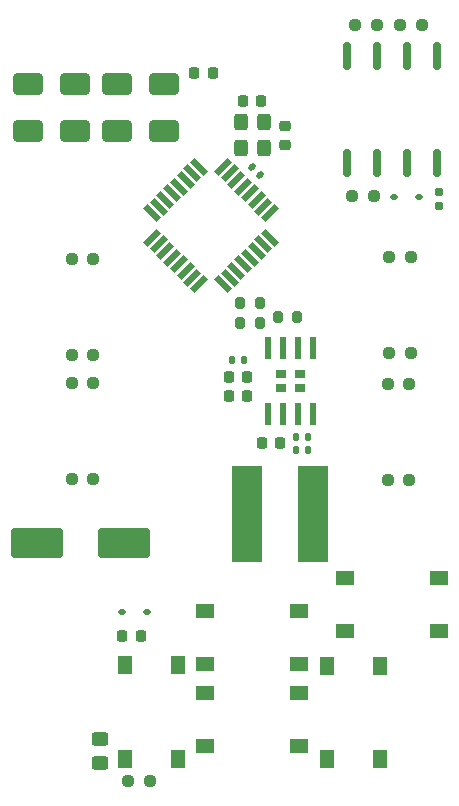
<source format=gbr>
%TF.GenerationSoftware,KiCad,Pcbnew,8.0.2*%
%TF.CreationDate,2024-10-12T15:01:18+02:00*%
%TF.ProjectId,OS-servoDriver,4f532d73-6572-4766-9f44-72697665722e,rev?*%
%TF.SameCoordinates,Original*%
%TF.FileFunction,Paste,Top*%
%TF.FilePolarity,Positive*%
%FSLAX46Y46*%
G04 Gerber Fmt 4.6, Leading zero omitted, Abs format (unit mm)*
G04 Created by KiCad (PCBNEW 8.0.2) date 2024-10-12 15:01:18*
%MOMM*%
%LPD*%
G01*
G04 APERTURE LIST*
G04 Aperture macros list*
%AMRoundRect*
0 Rectangle with rounded corners*
0 $1 Rounding radius*
0 $2 $3 $4 $5 $6 $7 $8 $9 X,Y pos of 4 corners*
0 Add a 4 corners polygon primitive as box body*
4,1,4,$2,$3,$4,$5,$6,$7,$8,$9,$2,$3,0*
0 Add four circle primitives for the rounded corners*
1,1,$1+$1,$2,$3*
1,1,$1+$1,$4,$5*
1,1,$1+$1,$6,$7*
1,1,$1+$1,$8,$9*
0 Add four rect primitives between the rounded corners*
20,1,$1+$1,$2,$3,$4,$5,0*
20,1,$1+$1,$4,$5,$6,$7,0*
20,1,$1+$1,$6,$7,$8,$9,0*
20,1,$1+$1,$8,$9,$2,$3,0*%
%AMRotRect*
0 Rectangle, with rotation*
0 The origin of the aperture is its center*
0 $1 length*
0 $2 width*
0 $3 Rotation angle, in degrees counterclockwise*
0 Add horizontal line*
21,1,$1,$2,0,0,$3*%
G04 Aperture macros list end*
%ADD10RoundRect,0.237500X-0.250000X-0.237500X0.250000X-0.237500X0.250000X0.237500X-0.250000X0.237500X0*%
%ADD11R,0.610000X1.910000*%
%ADD12R,0.930000X0.723000*%
%ADD13RoundRect,0.225000X-0.225000X-0.250000X0.225000X-0.250000X0.225000X0.250000X-0.225000X0.250000X0*%
%ADD14RoundRect,0.250000X-0.450000X0.325000X-0.450000X-0.325000X0.450000X-0.325000X0.450000X0.325000X0*%
%ADD15R,1.550000X1.300000*%
%ADD16RoundRect,0.140000X-0.219203X-0.021213X-0.021213X-0.219203X0.219203X0.021213X0.021213X0.219203X0*%
%ADD17R,1.300000X1.550000*%
%ADD18RoundRect,0.200000X0.200000X0.275000X-0.200000X0.275000X-0.200000X-0.275000X0.200000X-0.275000X0*%
%ADD19RoundRect,0.160000X-0.160000X0.197500X-0.160000X-0.197500X0.160000X-0.197500X0.160000X0.197500X0*%
%ADD20RoundRect,0.225000X-0.250000X0.225000X-0.250000X-0.225000X0.250000X-0.225000X0.250000X0.225000X0*%
%ADD21RoundRect,0.162500X0.162500X-1.012500X0.162500X1.012500X-0.162500X1.012500X-0.162500X-1.012500X0*%
%ADD22RoundRect,0.200000X-0.200000X-0.275000X0.200000X-0.275000X0.200000X0.275000X-0.200000X0.275000X0*%
%ADD23RoundRect,0.237500X0.250000X0.237500X-0.250000X0.237500X-0.250000X-0.237500X0.250000X-0.237500X0*%
%ADD24RoundRect,0.225000X0.225000X0.250000X-0.225000X0.250000X-0.225000X-0.250000X0.225000X-0.250000X0*%
%ADD25RotRect,1.600000X0.550000X225.000000*%
%ADD26RotRect,1.600000X0.550000X315.000000*%
%ADD27RoundRect,0.250000X1.000000X0.650000X-1.000000X0.650000X-1.000000X-0.650000X1.000000X-0.650000X0*%
%ADD28RoundRect,0.112500X-0.187500X-0.112500X0.187500X-0.112500X0.187500X0.112500X-0.187500X0.112500X0*%
%ADD29RoundRect,0.300000X0.300000X-0.400000X0.300000X0.400000X-0.300000X0.400000X-0.300000X-0.400000X0*%
%ADD30RoundRect,0.140000X-0.140000X-0.170000X0.140000X-0.170000X0.140000X0.170000X-0.140000X0.170000X0*%
%ADD31R,2.600000X8.200000*%
%ADD32RoundRect,0.250000X1.950000X1.000000X-1.950000X1.000000X-1.950000X-1.000000X1.950000X-1.000000X0*%
G04 APERTURE END LIST*
D10*
%TO.C,R1002*%
X130175500Y-110820000D03*
X132000500Y-110820000D03*
%TD*%
D11*
%TO.C,U901*%
X122793500Y-143763500D03*
X124063500Y-143763500D03*
X125333500Y-143763500D03*
X126603500Y-143763500D03*
X126603500Y-138203500D03*
X125333500Y-138203500D03*
X124063500Y-138203500D03*
X122793500Y-138203500D03*
D12*
X123923500Y-141586000D03*
X125473500Y-141586000D03*
X123923500Y-140381000D03*
X125473500Y-140381000D03*
%TD*%
D10*
%TO.C,R1001*%
X129921500Y-125298000D03*
X131746500Y-125298000D03*
%TD*%
D13*
%TO.C,C904*%
X119478500Y-140620000D03*
X121028500Y-140620000D03*
%TD*%
D14*
%TO.C,D201*%
X108585000Y-171314000D03*
X108585000Y-173364000D03*
%TD*%
D15*
%TO.C,SW602*%
X117484527Y-160435805D03*
X125434527Y-160435805D03*
X117484527Y-164935805D03*
X125434527Y-164935805D03*
%TD*%
D16*
%TO.C,C202*%
X121444695Y-122868000D03*
X122123517Y-123546822D03*
%TD*%
D10*
%TO.C,R702*%
X133057500Y-130483500D03*
X134882500Y-130483500D03*
%TD*%
D13*
%TO.C,C1001*%
X116573000Y-114935000D03*
X118123000Y-114935000D03*
%TD*%
D17*
%TO.C,SW601*%
X110700527Y-173010805D03*
X110700527Y-165060805D03*
X115200527Y-173010805D03*
X115200527Y-165060805D03*
%TD*%
D18*
%TO.C,R903*%
X122094500Y-136063000D03*
X120444500Y-136063000D03*
%TD*%
D19*
%TO.C,R202*%
X137287000Y-125005500D03*
X137287000Y-126200500D03*
%TD*%
D15*
%TO.C,SW605*%
X129295527Y-157641805D03*
X137245527Y-157641805D03*
X129295527Y-162141805D03*
X137245527Y-162141805D03*
%TD*%
D20*
%TO.C,C201*%
X124206695Y-119426000D03*
X124206695Y-120976000D03*
%TD*%
D21*
%TO.C,U1001*%
X129460000Y-122500000D03*
X132000000Y-122500000D03*
X134540000Y-122500000D03*
X137080000Y-122500000D03*
X137080000Y-113450000D03*
X134540000Y-113450000D03*
X132000000Y-113450000D03*
X129460000Y-113450000D03*
%TD*%
D22*
%TO.C,R901*%
X120444500Y-134412000D03*
X122094500Y-134412000D03*
%TD*%
D23*
%TO.C,R905*%
X108014500Y-149325500D03*
X106189500Y-149325500D03*
%TD*%
D10*
%TO.C,R1003*%
X133985500Y-110820000D03*
X135810500Y-110820000D03*
%TD*%
D24*
%TO.C,C901*%
X123822500Y-146223000D03*
X122272500Y-146223000D03*
%TD*%
%TO.C,C203*%
X122219695Y-117280000D03*
X120669695Y-117280000D03*
%TD*%
D25*
%TO.C,U202*%
X122959798Y-126805695D03*
X122394112Y-126240010D03*
X121828427Y-125674324D03*
X121262742Y-125108639D03*
X120697056Y-124542953D03*
X120131371Y-123977268D03*
X119565685Y-123411583D03*
X119000000Y-122845897D03*
D26*
X116949390Y-122845897D03*
X116383705Y-123411583D03*
X115818019Y-123977268D03*
X115252334Y-124542953D03*
X114686648Y-125108639D03*
X114120963Y-125674324D03*
X113555278Y-126240010D03*
X112989592Y-126805695D03*
D25*
X112989592Y-128856305D03*
X113555278Y-129421990D03*
X114120963Y-129987676D03*
X114686648Y-130553361D03*
X115252334Y-131119047D03*
X115818019Y-131684732D03*
X116383705Y-132250417D03*
X116949390Y-132816103D03*
D26*
X119000000Y-132816103D03*
X119565685Y-132250417D03*
X120131371Y-131684732D03*
X120697056Y-131119047D03*
X121262742Y-130553361D03*
X121828427Y-129987676D03*
X122394112Y-129421990D03*
X122959798Y-128856305D03*
%TD*%
D27*
%TO.C,D1104*%
X106500000Y-115851500D03*
X102500000Y-115851500D03*
%TD*%
%TO.C,D1101*%
X114000000Y-119801500D03*
X110000000Y-119801500D03*
%TD*%
D13*
%TO.C,C905*%
X119478500Y-142286000D03*
X121028500Y-142286000D03*
%TD*%
D23*
%TO.C,R904*%
X108014500Y-141197500D03*
X106189500Y-141197500D03*
%TD*%
D15*
%TO.C,SW603*%
X117484527Y-167420805D03*
X125434527Y-167420805D03*
X117484527Y-171920805D03*
X125434527Y-171920805D03*
%TD*%
D28*
%TO.C,D401*%
X110456000Y-160528000D03*
X112556000Y-160528000D03*
%TD*%
D10*
%TO.C,R701*%
X133057500Y-138611500D03*
X134882500Y-138611500D03*
%TD*%
D29*
%TO.C,Y201*%
X122455695Y-121258000D03*
X122455695Y-119058000D03*
X120555695Y-119058000D03*
X120555695Y-121258000D03*
%TD*%
D28*
%TO.C,D1001*%
X133467000Y-125425000D03*
X135567000Y-125425000D03*
%TD*%
D13*
%TO.C,C402*%
X110477000Y-162560000D03*
X112027000Y-162560000D03*
%TD*%
D27*
%TO.C,D1103*%
X114000000Y-115851500D03*
X110000000Y-115851500D03*
%TD*%
D10*
%TO.C,R802*%
X132930500Y-141214500D03*
X134755500Y-141214500D03*
%TD*%
D23*
%TO.C,R1004*%
X108014500Y-130697500D03*
X106189500Y-130697500D03*
%TD*%
D30*
%TO.C,C902*%
X125206500Y-145715000D03*
X126166500Y-145715000D03*
%TD*%
%TO.C,C903*%
X125206500Y-146858000D03*
X126166500Y-146858000D03*
%TD*%
D31*
%TO.C,L901*%
X126625000Y-152273000D03*
X121025000Y-152273000D03*
%TD*%
D32*
%TO.C,C401*%
X110634000Y-154686000D03*
X103234000Y-154686000D03*
%TD*%
D30*
%TO.C,C906*%
X119775500Y-139238000D03*
X120735500Y-139238000D03*
%TD*%
D22*
%TO.C,R902*%
X123619500Y-135555000D03*
X125269500Y-135555000D03*
%TD*%
D10*
%TO.C,R801*%
X132930500Y-149342500D03*
X134755500Y-149342500D03*
%TD*%
D27*
%TO.C,D1102*%
X106500000Y-119851500D03*
X102500000Y-119851500D03*
%TD*%
D23*
%TO.C,R1005*%
X108014500Y-138825500D03*
X106189500Y-138825500D03*
%TD*%
%TO.C,R201*%
X112799500Y-174879000D03*
X110974500Y-174879000D03*
%TD*%
D17*
%TO.C,SW604*%
X127770527Y-173042805D03*
X127770527Y-165092805D03*
X132270527Y-173042805D03*
X132270527Y-165092805D03*
%TD*%
M02*

</source>
